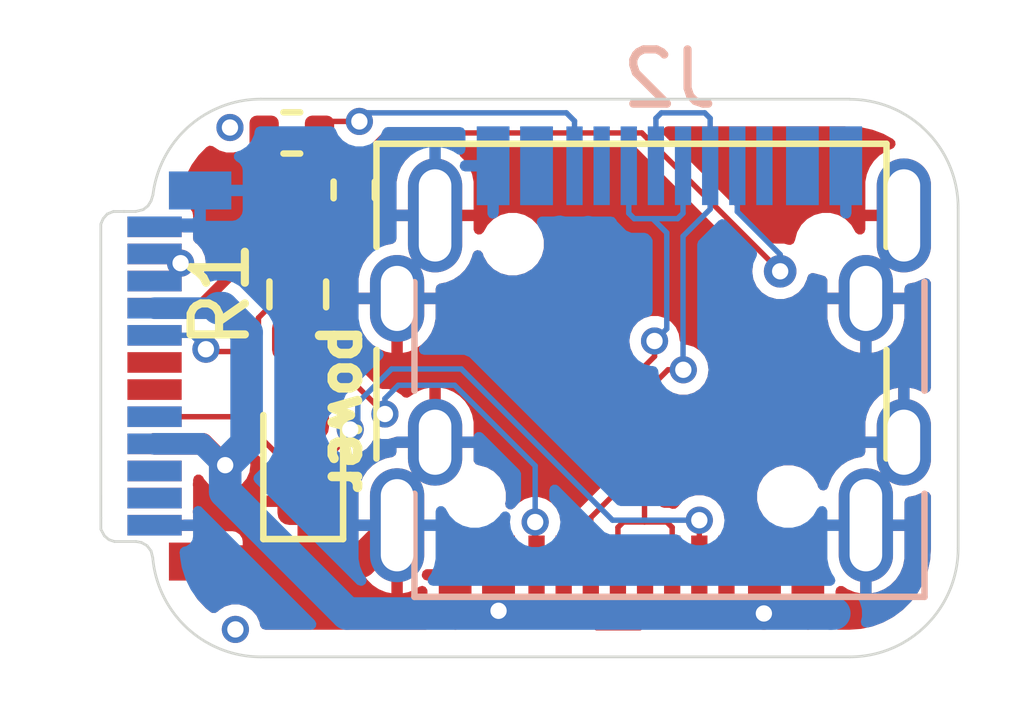
<source format=kicad_pcb>
(kicad_pcb (version 20240108) (generator "pcbnew") (generator_version "8.0")
  (layers (0 "F.Cu" signal) (31 "B.Cu" signal) (34 "B.Paste" user) (35 "F.Paste" user) (36 "B.SilkS" user "B.Silkscreen") (37 "F.SilkS" user "F.Silkscreen") (38 "B.Mask" user) (39 "F.Mask" user) (44 "Edge.Cuts" user))
  (net 0 "")
  (net 1 "GND")
  (net 2 "USB_P")
  (net 3 "VBUS")
  (net 4 "USB_N")
  (net 5 "CC1")
  (net 6 "CC2")
  (net 7 "Net-(J2-CC1)")
  (net 8 "HEADUNIT_5V")
  (net 9 "Net-(J2-CC2)")
  (net 10 "Net-(D1-A)")
  (footprint "Resistor_SMD:R_0402_1005Metric" (layer "F.Cu") (at 70.69 68.299999 90)
    (property "Reference" "R3" (hide yes))
    (property "Value" "5.1k")
    (fp_line (start -0.15364 -0.38) (end 0.153641 -0.379999) (stroke (width 0.12)) (layer "F.SilkS"))
    (fp_line (start -0.153641 0.379999) (end 0.15364 0.38) (stroke (width 0.12)) (layer "F.SilkS"))
    (pad "1" smd roundrect (at -0.509999 -0.000002 90) (size 0.54 0.64) (layers "F.Cu" "F.Paste" "F.Mask") (net 1 "GND"))
    (pad "2" smd roundrect (at 0.509999 0.000002 90) (size 0.54 0.64) (layers "F.Cu" "F.Paste" "F.Mask") (net 7 "Net-(J2-CC1)"))
  )
  (footprint "Connector_USB:USB_C_Receptacle_HRO_TYPE-C-31-M-12" (layer "F.Cu") (at 75.8 71.349999 180)
    (property "Reference" "J1" (hide yes))
    (property "Value" "PHONE")
    (fp_line (start 4.699999 1.999998) (end 4.700001 3.900001) (stroke (width 0.12)) (layer "F.SilkS"))
    (fp_line (start 4.699997 -1.9) (end 4.7 0.1) (stroke (width 0.12)) (layer "F.SilkS"))
    (fp_line (start -4.699999 3.900001) (end 4.700001 3.900001) (stroke (width 0.12)) (layer "F.SilkS"))
    (fp_line (start -4.699999 -1.900003) (end -4.7 0.1) (stroke (width 0.12)) (layer "F.SilkS"))
    (fp_line (start -4.700001 2) (end -4.699999 3.900001) (stroke (width 0.12)) (layer "F.SilkS"))
    (pad "" np_thru_hole circle (at -2.89 -2.6 180) (size 0.65 0.65) (drill 0.65) (layers "*.Cu" "*.Mask"))
    (pad "" np_thru_hole circle (at 2.89 -2.6 180) (size 0.65 0.65) (drill 0.65) (layers "*.Cu" "*.Mask"))
    (pad "A1" smd rect (at -3.249999 -4.044999 180) (size 0.6 1.45) (layers "F.Cu" "F.Paste" "F.Mask") (net 1 "GND"))
    (pad "A4" smd rect (at -2.449998 -4.045001 180) (size 0.6 1.45) (layers "F.Cu" "F.Paste" "F.Mask") (net 3 "VBUS"))
    (pad "A5" smd rect (at -1.25 -4.045 180) (size 0.3 1.45) (layers "F.Cu" "F.Paste" "F.Mask") (net 5 "CC1"))
    (pad "A6" smd rect (at -0.249998 -4.045002 180) (size 0.3 1.45) (layers "F.Cu" "F.Paste" "F.Mask") (net 2 "USB_P"))
    (pad "A7" smd rect (at 0.25 -4.045003 180) (size 0.3 1.45) (layers "F.Cu" "F.Paste" "F.Mask") (net 4 "USB_N"))
    (pad "A8" smd rect (at 1.25 -4.045 180) (size 0.3 1.45) (layers "F.Cu" "F.Paste" "F.Mask"))
    (pad "A9" smd rect (at 2.449999 -4.045003 180) (size 0.6 1.45) (layers "F.Cu" "F.Paste" "F.Mask") (net 3 "VBUS"))
    (pad "A12" smd rect (at 3.25 -4.045 180) (size 0.6 1.45) (layers "F.Cu" "F.Paste" "F.Mask") (net 1 "GND"))
    (pad "B1" smd rect (at 3.25 -4.045 180) (size 0.6 1.45) (layers "F.Cu" "F.Paste" "F.Mask") (net 1 "GND"))
    (pad "B4" smd rect (at 2.449999 -4.045003 180) (size 0.6 1.45) (layers "F.Cu" "F.Paste" "F.Mask") (net 3 "VBUS"))
    (pad "B5" smd rect (at 1.749999 -4.044998 180) (size 0.3 1.45) (layers "F.Cu" "F.Paste" "F.Mask") (net 6 "CC2"))
    (pad "B6" smd rect (at 0.749998 -4.045001 180) (size 0.3 1.45) (layers "F.Cu" "F.Paste" "F.Mask") (net 2 "USB_P"))
    (pad "B7" smd rect (at -0.75 -4.045 180) (size 0.3 1.45) (layers "F.Cu" "F.Paste" "F.Mask") (net 4 "USB_N"))
    (pad "B8" smd rect (at -1.75 -4.045 180) (size 0.3 1.45) (layers "F.Cu" "F.Paste" "F.Mask"))
    (pad "B9" smd rect (at -2.449998 -4.045001 180) (size 0.6 1.45) (layers "F.Cu" "F.Paste" "F.Mask") (net 3 "VBUS"))
    (pad "B12" smd rect (at -3.249999 -4.044999 180) (size 0.6 1.45) (layers "F.Cu" "F.Paste" "F.Mask") (net 1 "GND"))
    (pad "S1" thru_hole oval (at -4.320001 1.050001 180) (size 1 1.6) (drill oval 0.6 1.2) (property pad_prop_heatsink) (layers "*.Cu" "*.Mask") (net 1 "GND"))
    (pad "S1" thru_hole oval (at -4.319999 -3.130001 180) (size 1 2.1) (drill oval 0.6 1.7) (property pad_prop_heatsink) (layers "*.Cu" "*.Mask") (net 1 "GND"))
    (pad "S1" thru_hole oval (at 4.32 -3.129998 180) (size 1 2.1) (drill oval 0.6 1.7) (property pad_prop_heatsink) (layers "*.Cu" "*.Mask") (net 1 "GND"))
    (pad "S1" thru_hole oval (at 4.320001 1.049999 180) (size 1 1.6) (drill oval 0.6 1.2) (property pad_prop_heatsink) (layers "*.Cu" "*.Mask") (net 1 "GND"))
  )
  (footprint "LED_SMD:LED_0603_1608Metric" (layer "F.Cu") (at 69.75 73.25 90)
    (property "Reference" "D1" (hide yes))
    (property "Value" "PWR_LED")
    (fp_line (start -1.485001 -0.734999) (end -1.485 0.735001) (stroke (width 0.12)) (layer "F.SilkS"))
    (fp_line (start 0.799999 -0.734998) (end -1.485001 -0.734999) (stroke (width 0.12)) (layer "F.SilkS"))
    (fp_line (start -1.485 0.735001) (end 0.799999 0.734999) (stroke (width 0.12)) (layer "F.SilkS"))
    (pad "1" smd roundrect (at -0.787502 -0.000001 90) (size 0.875 0.95) (layers "F.Cu" "F.Paste" "F.Mask") (net 1 "GND"))
    (pad "2" smd roundrect (at 0.787502 0.000001 90) (size 0.875 0.95) (layers "F.Cu" "F.Paste" "F.Mask") (net 10 "Net-(D1-A)"))
  )
  (footprint "Resistor_SMD:R_0402_1005Metric" (layer "F.Cu") (at 69.540001 67.25)
    (property "Reference" "R4" (hide yes))
    (property "Value" "5.1k")
    (fp_line (start -0.15364 -0.379998) (end 0.153639 -0.379999) (stroke (width 0.12)) (layer "F.SilkS"))
    (fp_line (start -0.153639 0.379999) (end 0.15364 0.379998) (stroke (width 0.12)) (layer "F.SilkS"))
    (pad "1" smd roundrect (at -0.509999 -0.000002) (size 0.54 0.64) (layers "F.Cu" "F.Paste" "F.Mask") (net 1 "GND"))
    (pad "2" smd roundrect (at 0.509999 0.000002) (size 0.54 0.64) (layers "F.Cu" "F.Paste" "F.Mask") (net 9 "Net-(J2-CC2)"))
  )
  (footprint "Resistor_SMD:R_0603_1608Metric" (layer "F.Cu") (at 69.65 70.225 90)
    (property "Reference" "R1" (at 0 -1.43 90) (layer "F.SilkS"))
    (property "Value" "1k")
    (fp_line (start -0.237258 -0.5225) (end 0.237258 -0.5225) (stroke (width 0.12)) (layer "F.SilkS"))
    (fp_line (start -0.237258 0.5225) (end 0.237258 0.5225) (stroke (width 0.12)) (layer "F.SilkS"))
    (pad "1" smd roundrect (at -0.825 0 90) (size 0.8 0.95) (layers "F.Cu" "F.Paste" "F.Mask") (net 10 "Net-(D1-A)"))
    (pad "2" smd roundrect (at 0.825 0 90) (size 0.8 0.95) (layers "F.Cu" "F.Paste" "F.Mask") (net 3 "VBUS"))
  )
  (footprint "Connector_USB:USB_C_Plug_Molex_105444" (layer "F.Cu") (at 66.969998 71.729999 90)
    (property "Reference" "J3" (hide yes))
    (property "Value" "USB-C_PLUG")
    (fp_line (start 2.8 -0.95) (end 2.90163 -0.905707) (stroke (width 0.05)) (layer "Edge.Cuts"))
    (fp_line (start -2.612818 -0.949118) (end 2.8 -0.95) (stroke (width 0.05)) (layer "Edge.Cuts"))
    (fp_line (start -2.825147 -0.949118) (end -2.612818 -0.949118) (stroke (width 0.05)) (layer "Edge.Cuts"))
    (fp_line (start 2.90163 -0.905707) (end 2.986431 -0.830691) (stroke (width 0.05)) (layer "Edge.Cuts"))
    (fp_line (start -2.946478 -0.883561) (end -2.825147 -0.949118) (stroke (width 0.05)) (layer "Edge.Cuts"))
    (fp_line (start 2.986431 -0.830691) (end 3.032093 -0.718982) (stroke (width 0.05)) (layer "Edge.Cuts"))
    (fp_line (start -3.016928 -0.798434) (end -2.946478 -0.883561) (stroke (width 0.05)) (layer "Edge.Cuts"))
    (fp_line (start 3.032093 -0.718982) (end 3.032093 -0.523287) (stroke (width 0.05)) (layer "Edge.Cuts"))
    (fp_line (start -3.05 -0.7) (end -3.016928 -0.798434) (stroke (width 0.05)) (layer "Edge.Cuts"))
    (fp_line (start 3.032093 -0.523287) (end 3.032192 -0.305533) (stroke (width 0.05)) (layer "Edge.Cuts"))
    (fp_line (start 3.032192 -0.305533) (end 3.066908 -0.168117) (stroke (width 0.05)) (layer "Edge.Cuts"))
    (fp_line (start -3.050196 -0.300391) (end -3.05 -0.7) (stroke (width 0.05)) (layer "Edge.Cuts"))
    (fp_line (start -3.068787 -0.19863) (end -3.050196 -0.300391) (stroke (width 0.05)) (layer "Edge.Cuts"))
    (fp_line (start 3.066908 -0.168117) (end 3.13623 -0.080195) (stroke (width 0.05)) (layer "Edge.Cuts"))
    (fp_line (start -3.127495 -0.097847) (end -3.068787 -0.19863) (stroke (width 0.05)) (layer "Edge.Cuts"))
    (fp_line (start 3.13623 -0.080195) (end 3.229224 -0.022708) (stroke (width 0.05)) (layer "Edge.Cuts"))
    (fp_line (start -3.226321 -0.023483) (end -3.127495 -0.097847) (stroke (width 0.05)) (layer "Edge.Cuts"))
    (pad "A1" smd rect (at -2.75 0.039999 90) (size 0.38 1) (layers "F.Cu" "F.Paste" "F.Mask") (net 1 "GND"))
    (pad "A2" smd rect (at -2.25 0.04 90) (size 0.38 1) (layers "F.Cu" "F.Paste" "F.Mask"))
    (pad "A3" smd rect (at -1.749999 0.040001 90) (size 0.38 1) (layers "F.Cu" "F.Paste" "F.Mask"))
    (pad "A4" smd rect (at -1.25 0.04 90) (size 0.38 1) (layers "F.Cu" "F.Paste" "F.Mask") (net 3 "VBUS"))
    (pad "A5" smd rect (at -0.750001 0.04 90) (size 0.38 1) (layers "F.Cu" "F.Paste" "F.Mask") (net 5 "CC1"))
    (pad "A6" smd rect (at -0.250001 0.039999 90) (size 0.38 1) (layers "F.Cu" "F.Paste" "F.Mask"))
    (pad "A7" smd rect (at 0.249999 0.04 90) (size 0.38 1) (layers "F.Cu" "F.Paste" "F.Mask"))
    (pad "A8" smd rect (at 0.75 0.04 90) (size 0.38 1) (layers "F.Cu" "F.Paste" "F.Mask"))
    (pad "A9" smd rect (at 1.250001 0.04 90) (size 0.38 1) (layers "F.Cu" "F.Paste" "F.Mask") (net 3 "VBUS"))
    (pad "A10" smd rect (at 1.750001 0.04 90) (size 0.38 1) (layers "F.Cu" "F.Paste" "F.Mask"))
    (pad "A11" smd rect (at 2.25 0.04 90) (size 0.38 1) (layers "F.Cu" "F.Paste" "F.Mask"))
    (pad "A12" smd rect (at 2.75 0.04 90) (size 0.38 1) (layers "F.Cu" "F.Paste" "F.Mask") (net 1 "GND"))
    (pad "B1" smd rect (at 2.75 0.04 90) (size 0.38 1) (layers "B.Cu" "B.Paste" "B.Mask") (net 1 "GND"))
    (pad "B2" smd rect (at 2.25 0.04 90) (size 0.38 1) (layers "B.Cu" "B.Paste" "B.Mask"))
    (pad "B3" smd rect (at 1.750001 0.04 90) (size 0.38 1) (layers "B.Cu" "B.Paste" "B.Mask"))
    (pad "B4" smd rect (at 1.250001 0.04 90) (size 0.38 1) (layers "B.Cu" "B.Paste" "B.Mask") (net 3 "VBUS"))
    (pad "B5" smd rect (at 0.75 0.04 90) (size 0.38 1) (layers "B.Cu" "B.Paste" "B.Mask") (net 6 "CC2"))
    (pad "B8" smd rect (at -0.750001 0.04 90) (size 0.38 1) (layers "B.Cu" "B.Paste" "B.Mask"))
    (pad "B9" smd rect (at -1.25 0.04 90) (size 0.38 1) (layers "B.Cu" "B.Paste" "B.Mask") (net 3 "VBUS"))
    (pad "B10" smd rect (at -1.749999 0.040001 90) (size 0.38 1) (layers "B.Cu" "B.Paste" "B.Mask"))
    (pad "B11" smd rect (at -2.25 0.04 90) (size 0.38 1) (layers "B.Cu" "B.Paste" "B.Mask"))
    (pad "B12" smd rect (at -2.75 0.039999 90) (size 0.38 1) (layers "B.Cu" "B.Paste" "B.Mask") (net 1 "GND"))
    (pad "S1" smd rect (at -3.420001 0.880002 90) (size 0.7 1.15) (layers "F.Cu" "F.Paste" "F.Mask") (net 1 "GND"))
    (pad "S1" smd rect (at 3.42 0.879999 90) (size 0.7 1.15) (layers "B.Cu" "B.Paste" "B.Mask") (net 1 "GND"))
  )
  (footprint "Connector_USB:USB_C_Receptacle_HRO_TYPE-C-31-M-12" (layer "B.Cu") (at 76.5 71.899999 180)
    (property "Reference" "J2" (at 0 5.645001 0) (layer "B.SilkS") (effects (justify mirror)))
    (property "Value" "DATA")
    (fp_line (start 4.7 -0.1) (end 4.699999 1.900002) (stroke (width 0.12)) (layer "B.SilkS"))
    (fp_line (start 4.7 -3.9) (end 4.7 -2) (stroke (width 0.12)) (layer "B.SilkS"))
    (fp_line (start 4.7 -3.9) (end -4.7 -3.9) (stroke (width 0.12)) (layer "B.SilkS"))
    (fp_line (start -4.7 -0.1) (end -4.699999 1.900003) (stroke (width 0.12)) (layer "B.SilkS"))
    (fp_line (start -4.7 -3.9) (end -4.7 -2) (stroke (width 0.12)) (layer "B.SilkS"))
    (pad "" np_thru_hole circle (at -2.89 2.6 180) (size 0.65 0.65) (drill 0.65) (layers "*.Cu" "*.Mask"))
    (pad "" np_thru_hole circle (at 2.89 2.6 180) (size 0.65 0.65) (drill 0.65) (layers "*.Cu" "*.Mask"))
    (pad "A1" smd rect (at -3.249999 4.045 180) (size 0.6 1.45) (layers "B.Cu" "B.Paste" "B.Mask") (net 1 "GND"))
    (pad "A4" smd rect (at -2.45 4.045001 180) (size 0.6 1.45) (layers "B.Cu" "B.Paste" "B.Mask") (net 8 "HEADUNIT_5V"))
    (pad "A5" smd rect (at -1.25 4.045 180) (size 0.3 1.45) (layers "B.Cu" "B.Paste" "B.Mask") (net 7 "Net-(J2-CC1)"))
    (pad "A6" smd rect (at -0.25 4.045001 180) (size 0.3 1.45) (layers "B.Cu" "B.Paste" "B.Mask") (net 2 "USB_P"))
    (pad "A7" smd rect (at 0.249996 4.045 180) (size 0.3 1.45) (layers "B.Cu" "B.Paste" "B.Mask") (net 4 "USB_N"))
    (pad "A8" smd rect (at 1.25 4.045 180) (size 0.3 1.45) (layers "B.Cu" "B.Paste" "B.Mask"))
    (pad "A9" smd rect (at 2.449999 4.044999 180) (size 0.6 1.45) (layers "B.Cu" "B.Paste" "B.Mask") (net 8 "HEADUNIT_5V"))
    (pad "A12" smd rect (at 3.25 4.045 180) (size 0.6 1.45) (layers "B.Cu" "B.Paste" "B.Mask") (net 1 "GND"))
    (pad "B1" smd rect (at 3.25 4.045 180) (size 0.6 1.45) (layers "B.Cu" "B.Paste" "B.Mask") (net 1 "GND"))
    (pad "B4" smd rect (at 2.449999 4.044999 180) (size 0.6 1.45) (layers "B.Cu" "B.Paste" "B.Mask") (net 8 "HEADUNIT_5V"))
    (pad "B5" smd rect (at 1.75 4.044999 180) (size 0.3 1.45) (layers "B.Cu" "B.Paste" "B.Mask") (net 9 "Net-(J2-CC2)"))
    (pad "B6" smd rect (at 0.749999 4.045 180) (size 0.3 1.45) (layers "B.Cu" "B.Paste" "B.Mask") (net 2 "USB_P"))
    (pad "B7" smd rect (at -0.75 4.045 180) (size 0.3 1.45) (layers "B.Cu" "B.Paste" "B.Mask") (net 4 "USB_N"))
    (pad "B8" smd rect (at -1.75 4.044999 180) (size 0.3 1.45) (layers "B.Cu" "B.Paste" "B.Mask"))
    (pad "B9" smd rect (at -2.45 4.045001 180) (size 0.6 1.45) (layers "B.Cu" "B.Paste" "B.Mask") (net 8 "HEADUNIT_5V"))
    (pad "B12" smd rect (at -3.249999 4.045 180) (size 0.6 1.45) (layers "B.Cu" "B.Paste" "B.Mask") (net 1 "GND"))
    (pad "S1" thru_hole oval (at -4.320001 -1.050001 180) (size 1 1.6) (drill oval 0.6 1.2) (property pad_prop_heatsink) (layers "*.Cu" "*.Mask") (net 1 "GND"))
    (pad "S1" thru_hole oval (at -4.32 3.13 180) (size 1 2.1) (drill oval 0.6 1.7) (property pad_prop_heatsink) (layers "*.Cu" "*.Mask") (net 1 "GND"))
    (pad "S1" thru_hole oval (at 4.32 -1.05 180) (size 1 1.6) (drill oval 0.6 1.2) (property pad_prop_heatsink) (layers "*.Cu" "*.Mask") (net 1 "GND"))
    (pad "S1" thru_hole oval (at 4.32 3.13 180) (size 1 2.1) (drill oval 0.6 1.7) (property pad_prop_heatsink) (layers "*.Cu" "*.Mask") (net 1 "GND"))
  )
  (gr_arc (start 81.82 74.90611) (mid 81.23421 76.320316) (end 79.82 76.90611) (stroke (width 0.05)) (layer "Edge.Cuts"))
  (gr_line (start 68.969444 66.626971) (end 79.82 66.62697) (stroke (width 0.05)) (layer "Edge.Cuts"))
  (gr_arc (start 66.981106 68.387491) (mid 67.641566 67.130339) (end 68.969444 66.626971) (stroke (width 0.05)) (layer "Edge.Cuts"))
  (gr_arc (start 68.969444 76.906111) (mid 67.617853 76.380334) (end 66.976911 75.079398) (stroke (width 0.05)) (layer "Edge.Cuts"))
  (gr_line (start 81.82 68.629999) (end 81.82 74.90611) (stroke (width 0.05)) (layer "Edge.Cuts"))
  (gr_line (start 79.82 76.90611) (end 68.969444 76.906111) (stroke (width 0.05)) (layer "Edge.Cuts"))
  (gr_line (start 66.976911 75.079398) (end 66.946515 74.95632) (stroke (width 0.05)) (layer "Edge.Cuts"))
  (gr_arc (start 79.82 66.629999) (mid 81.234214 67.215785) (end 81.82 68.629999) (stroke (width 0.05)) (layer "Edge.Cuts"))
  (gr_line (start 66.94729 68.500775) (end 66.981106 68.387491) (stroke (width 0.05)) (layer "Edge.Cuts"))
  (gr_text "power" (at 70.19 70.699999 -90) (layer "F.SilkS") (effects (font (size 0.7 0.7) (thickness 0.175) (bold yes)) (justify left bottom)))
  (via (at 67.49 69.649999) (size 0.5) (drill 0.3) (layers "F.Cu" "B.Cu") (net 0))
  (via (at 68.4 67.15) (size 0.5) (drill 0.3) (layers "F.Cu" "B.Cu") (net 0))
  (segment (start 70.809997 75.15) (end 71.48 74.479997) (width 0.6) (layer "F.Cu") (net 1))
  (segment (start 67.85 75.15) (end 70.809997 75.15) (width 0.6) (layer "F.Cu") (net 1))
  (segment (start 67.849997 68.759999) (end 67.733603 68.876393) (width 0.1) (layer "B.Cu") (net 1))
  (segment (start 67.410207 68.876393) (end 67.409234 68.884617) (width 0.1) (layer "B.Cu") (net 1))
  (segment (start 67.733603 68.876393) (end 67.410207 68.876393) (width 0.1) (layer "B.Cu") (net 1))
  (segment (start 67.849997 68.309999) (end 67.849997 68.759999) (width 0.1) (layer "B.Cu") (net 1))
  (segment (start 76.049998 76.270004) (end 76.049998 75.395001) (width 0.1) (layer "F.Cu") (net 2))
  (segment (start 75.141945 76.348054) (end 75.163893 76.370002) (width 0.1) (layer "F.Cu") (net 2))
  (segment (start 75.050002 75.395) (end 75.050002 76.256112) (width 0.1) (layer "F.Cu") (net 2))
  (segment (start 75.74 73.649999) (end 75.74 71.852511) (width 0.1) (layer "F.Cu") (net 2))
  (segment (start 75.95 76.370002) (end 76.049998 76.270004) (width 0.1) (layer "F.Cu") (net 2))
  (segment (start 75.163893 76.370002) (end 75.95 76.370002) (width 0.1) (layer "F.Cu") (net 2))
  (segment (start 75.050002 74.339997) (end 75.74 73.649999) (width 0.1) (layer "F.Cu") (net 2))
  (segment (start 75.141945 76.348054) (end 75.15 76.35611) (width 0.1) (layer "F.Cu") (net 2))
  (segment (start 76.224834 71.367677) (end 76.224834 71.084833) (width 0.1) (layer "F.Cu") (net 2))
  (segment (start 75.050002 75.395) (end 75.050002 74.339997) (width 0.1) (layer "F.Cu") (net 2))
  (segment (start 75.74 71.852511) (end 76.224834 71.367677) (width 0.1) (layer "F.Cu") (net 2))
  (segment (start 75.050002 76.256112) (end 75.141945 76.348054) (width 0.1) (layer "F.Cu") (net 2))
  (via (at 76.224834 71.084833) (size 0.5) (drill 0.3) (layers "F.Cu" "B.Cu") (net 2))
  (segment (start 75.750001 67.854999) (end 75.750001 68.729996) (width 0.1) (layer "B.Cu") (net 2))
  (segment (start 76.45 69.089999) (end 76.45 70.859667) (width 0.1) (layer "B.Cu") (net 2))
  (segment (start 75.850004 68.829999) (end 76.19 68.829999) (width 0.1) (layer "B.Cu") (net 2))
  (segment (start 76.650004 68.829999) (end 76.75 68.730003) (width 0.1) (layer "B.Cu") (net 2))
  (segment (start 76.19 68.829999) (end 76.650004 68.829999) (width 0.1) (layer "B.Cu") (net 2))
  (segment (start 76.45 70.859667) (end 76.224834 71.084833) (width 0.1) (layer "B.Cu") (net 2))
  (segment (start 76.75 68.730003) (end 76.75 67.854998) (width 0.1) (layer "B.Cu") (net 2))
  (segment (start 76.19 68.829999) (end 76.45 69.089999) (width 0.1) (layer "B.Cu") (net 2))
  (segment (start 75.750001 68.729996) (end 75.850004 68.829999) (width 0.1) (layer "B.Cu") (net 2))
  (segment (start 73.350001 75.395002) (end 73.350001 76.057174) (width 0.6) (layer "F.Cu") (net 3))
  (segment (start 67.799998 70.479998) (end 68.879996 69.4) (width 0.2) (layer "F.Cu") (net 3))
  (segment (start 78.249998 75.395) (end 78.249998 76.096112) (width 0.6) (layer "F.Cu") (net 3))
  (segment (start 68.287476 73.372957) (end 68.311844 73.372957) (width 0.4) (layer "F.Cu") (net 3))
  (segment (start 73.350001 76.057174) (end 73.35 76.057175) (width 0.6) (layer "F.Cu") (net 3))
  (segment (start 67.009998 70.479998) (end 67.799998 70.479998) (width 0.2) (layer "F.Cu") (net 3))
  (segment (start 78.249998 76.096112) (end 78.24 76.10611) (width 0.6) (layer "F.Cu") (net 3))
  (segment (start 67.009998 72.979999) (end 67.894518 72.979999) (width 0.4) (layer "F.Cu") (net 3))
  (segment (start 68.879996 69.4) (end 69.65 69.4) (width 0.2) (layer "F.Cu") (net 3))
  (segment (start 67.894518 72.979999) (end 68.287476 73.372957) (width 0.4) (layer "F.Cu") (net 3))
  (via (at 68.311844 73.372957) (size 0.5) (drill 0.3) (layers "F.Cu" "B.Cu") (net 3))
  (via (at 68.5 76.4) (size 0.5) (drill 0.3) (layers "F.Cu" "B.Cu") (net 3))
  (via (at 78.24 76.10611) (size 0.5) (drill 0.3) (layers "F.Cu" "B.Cu") (net 3))
  (via (at 73.35 76.057175) (size 0.5) (drill 0.3) (layers "F.Cu" "B.Cu") (net 3))
  (segment (start 68.274427 73.372957) (end 67.881469 72.979999) (width 0.4) (layer "B.Cu") (net 3))
  (segment (start 68.70677 70.925536) (end 68.261232 70.479998) (width 0.6) (layer "B.Cu") (net 3))
  (segment (start 68.187874 70.479998) (end 68.486618 70.778742) (width 0.4) (layer "B.Cu") (net 3))
  (segment (start 68.261232 70.479998) (end 68.187874 70.479998) (width 0.6) (layer "B.Cu") (net 3))
  (segment (start 79.472257 76.107173) (end 79.537432 76.106011) (width 0.6) (layer "B.Cu") (net 3))
  (segment (start 68.311844 73.372957) (end 68.70677 72.978031) (width 0.6) (layer "B.Cu") (net 3))
  (segment (start 68.311844 73.372957) (end 68.311844 73.861844) (width 0.6) (layer "B.Cu") (net 3))
  (segment (start 70.557173 76.107173) (end 79.472257 76.107173) (width 0.6) (layer "B.Cu") (net 3))
  (segment (start 68.311844 73.861844) (end 70.557173 76.107173) (width 0.6) (layer "B.Cu") (net 3))
  (segment (start 67.009998 70.479998) (end 68.187874 70.479998) (width 0.4) (layer "B.Cu") (net 3))
  (segment (start 68.70677 72.978031) (end 68.70677 70.925536) (width 0.6) (layer "B.Cu") (net 3))
  (segment (start 67.009998 72.979999) (end 67.881469 72.979999) (width 0.4) (layer "B.Cu") (net 3))
  (segment (start 68.311844 73.372957) (end 68.274427 73.372957) (width 0.2) (layer "B.Cu") (net 3))
  (segment (start 76.04 74.420001) (end 76.04 72.047487) (width 0.1) (layer "F.Cu") (net 4))
  (segment (start 76.55 74.520003) (end 76.55 75.394999) (width 0.1) (layer "F.Cu") (net 4))
  (segment (start 76.449998 74.420001) (end 76.55 74.520003) (width 0.1) (layer "F.Cu") (net 4))
  (segment (start 76.472322 71.615165) (end 76.755166 71.615165) (width 0.1) (layer "F.Cu") (net 4))
  (segment (start 76.04 74.420001) (end 76.449998 74.420001) (width 0.1) (layer "F.Cu") (net 4))
  (segment (start 75.55 75.395002) (end 75.55 74.519999) (width 0.1) (layer "F.Cu") (net 4))
  (segment (start 75.55 74.519999) (end 75.649998 74.420001) (width 0.1) (layer "F.Cu") (net 4))
  (segment (start 75.649998 74.420001) (end 76.04 74.420001) (width 0.1) (layer "F.Cu") (net 4))
  (segment (start 76.04 72.047487) (end 76.472322 71.615165) (width 0.1) (layer "F.Cu") (net 4))
  (via (at 76.755166 71.615165) (size 0.5) (drill 0.3) (layers "F.Cu" "B.Cu") (net 4))
  (segment (start 76.75 69.154267) (end 76.75 71.609999) (width 0.1) (layer "B.Cu") (net 4))
  (segment (start 77.25 66.979998) (end 77.15 66.879998) (width 0.1) (layer "B.Cu") (net 4))
  (segment (start 76.75 71.609999) (end 76.755166 71.615165) (width 0.1) (layer "B.Cu") (net 4))
  (segment (start 77.25 68.654267) (end 76.75 69.154267) (width 0.1) (layer "B.Cu") (net 4))
  (segment (start 76.250004 66.979994) (end 76.250004 67.854999) (width 0.1) (layer "B.Cu") (net 4))
  (segment (start 77.25 67.854999) (end 77.25 66.979998) (width 0.1) (layer "B.Cu") (net 4))
  (segment (start 76.35 66.879998) (end 76.250004 66.979994) (width 0.1) (layer "B.Cu") (net 4))
  (segment (start 77.25 67.854999) (end 77.25 68.654267) (width 0.1) (layer "B.Cu") (net 4))
  (segment (start 77.15 66.879998) (end 76.35 66.879998) (width 0.1) (layer "B.Cu") (net 4))
  (segment (start 70.227187 73.199998) (end 70.61647 72.810715) (width 0.1) (layer "F.Cu") (net 5))
  (segment (start 69.299998 73.199998) (end 70.227187 73.199998) (width 0.1) (layer "F.Cu") (net 5))
  (segment (start 67.009998 72.48) (end 68.58 72.48) (width 0.1) (layer "F.Cu") (net 5))
  (segment (start 68.58 72.48) (end 69.299998 73.199998) (width 0.1) (layer "F.Cu") (net 5))
  (segment (start 77.049999 74.387155) (end 77.05 74.387156) (width 0.1) (layer "F.Cu") (net 5))
  (segment (start 70.61647 72.810715) (end 70.61647 72.714945) (width 0.1) (layer "F.Cu") (net 5))
  (segment (start 77.05 74.387156) (end 77.05 75.394999) (width 0.1) (layer "F.Cu") (net 5))
  (via (at 70.61647 72.714945) (size 0.5) (drill 0.3) (layers "F.Cu" "B.Cu") (net 5))
  (via (at 77.049999 74.387155) (size 0.5) (drill 0.3) (layers "F.Cu" "B.Cu") (net 5))
  (segment (start 70.61647 72.714945) (end 70.755834 72.575581) (width 0.1) (layer "B.Cu") (net 5))
  (segment (start 75.45142 74.387155) (end 77.049999 74.387155) (width 0.1) (layer "B.Cu") (net 5))
  (segment (start 70.755834 72.222852) (end 71.378687 71.599999) (width 0.1) (layer "B.Cu") (net 5))
  (segment (start 71.378687 71.599999) (end 72.664264 71.599999) (width 0.1) (layer "B.Cu") (net 5))
  (segment (start 72.664264 71.599999) (end 75.45142 74.387155) (width 0.1) (layer "B.Cu") (net 5))
  (segment (start 70.755834 72.575581) (end 70.755834 72.222852) (width 0.1) (layer "B.Cu") (net 5))
  (segment (start 69.183062 70.4) (end 70.116938 70.4) (width 0.1) (layer "F.Cu") (net 6))
  (segment (start 70.375 70.658062) (end 70.375 71.549125) (width 0.1) (layer "F.Cu") (net 6))
  (segment (start 68.925 70.658062) (end 69.183062 70.4) (width 0.1) (layer "F.Cu") (net 6))
  (segment (start 68.721258 71.278742) (end 68.925 71.075) (width 0.1) (layer "F.Cu") (net 6))
  (segment (start 74.025001 75.369997) (end 74.050001 75.394997) (width 0.1) (layer "F.Cu") (net 6))
  (segment (start 67.95677 71.236197) (end 67.999315 71.278742) (width 0.1) (layer "F.Cu") (net 6))
  (segment (start 67.999315 71.278742) (end 68.721258 71.278742) (width 0.1) (layer "F.Cu") (net 6))
  (segment (start 70.116938 70.4) (end 70.375 70.658062) (width 0.1) (layer "F.Cu") (net 6))
  (segment (start 74.025001 74.421252) (end 74.025001 75.369997) (width 0.1) (layer "F.Cu") (net 6))
  (segment (start 68.925 71.075) (end 68.925 70.658062) (width 0.1) (layer "F.Cu") (net 6))
  (segment (start 70.375 71.549125) (end 71.255834 72.429959) (width 0.1) (layer "F.Cu") (net 6))
  (via (at 67.95677 71.236197) (size 0.5) (drill 0.3) (layers "F.Cu" "B.Cu") (net 6))
  (via (at 71.255834 72.429959) (size 0.5) (drill 0.3) (layers "F.Cu" "B.Cu") (net 6))
  (via (at 74.025001 74.421252) (size 0.5) (drill 0.3) (layers "F.Cu" "B.Cu") (net 6))
  (segment (start 71.255834 72.429959) (end 71.255834 72.147116) (width 0.1) (layer "B.Cu") (net 6))
  (segment (start 72.54 71.899999) (end 74.025001 73.385) (width 0.1) (layer "B.Cu") (net 6))
  (segment (start 71.502951 71.899999) (end 72.54 71.899999) (width 0.1) (layer "B.Cu") (net 6))
  (segment (start 67.700572 70.979999) (end 67.009998 70.979999) (width 0.1) (layer "B.Cu") (net 6))
  (segment (start 71.255834 72.147116) (end 71.502951 71.899999) (width 0.1) (layer "B.Cu") (net 6))
  (segment (start 67.95677 71.236197) (end 67.700572 70.979999) (width 0.1) (layer "B.Cu") (net 6))
  (segment (start 74.025001 73.385) (end 74.025001 74.421252) (width 0.1) (layer "B.Cu") (net 6))
  (segment (start 78.54 69.799999) (end 75.99 67.249999) (width 0.1) (layer "F.Cu") (net 7))
  (segment (start 75.99 67.249999) (end 71.280003 67.249999) (width 0.1) (layer "F.Cu") (net 7))
  (segment (start 71.280003 67.249999) (end 70.740002 67.79) (width 0.1) (layer "F.Cu") (net 7))
  (via (at 78.54 69.799999) (size 0.6) (drill 0.3) (layers "F.Cu" "B.Cu") (net 7))
  (segment (start 78.54 69.799999) (end 78.54 69.49) (width 0.1) (layer "B.Cu") (net 7))
  (segment (start 77.75 68.7) (end 77.75 67.854999) (width 0.1) (layer "B.Cu") (net 7))
  (segment (start 78.54 69.49) (end 77.75 68.7) (width 0.1) (layer "B.Cu") (net 7))
  (segment (start 70.05 67.278495) (end 70.028497 67.299998) (width 0.1) (layer "F.Cu") (net 9))
  (segment (start 70.05 67.05) (end 70.05 67.278495) (width 0.1) (layer "F.Cu") (net 9))
  (segment (start 70.784952 67.037942) (end 70.16206 67.037942) (width 0.1) (layer "F.Cu") (net 9))
  (segment (start 70.16206 67.037942) (end 70.05 67.150002) (width 0.1) (layer "F.Cu") (net 9))
  (via (at 70.784952 67.037942) (size 0.5) (drill 0.3) (layers "F.Cu" "B.Cu") (net 9))
  (segment (start 70.942895 66.879999) (end 74.6 66.879999) (width 0.1) (layer "B.Cu") (net 9))
  (segment (start 74.75 67.029999) (end 74.75 67.855) (width 0.1) (layer "B.Cu") (net 9))
  (segment (start 70.784952 67.037942) (end 70.942895 66.879999) (width 0.1) (layer "B.Cu") (net 9))
  (segment (start 74.6 66.879999) (end 74.75 67.029999) (width 0.1) (layer "B.Cu") (net 9))
  (segment (start 69.750001 71.96) (end 69.74 71.949999) (width 0.1) (layer "F.Cu") (net 10))
  (segment (start 69.750001 72.462498) (end 69.750001 71.150001) (width 0.2) (layer "F.Cu") (net 10))
  (segment (start 69.750001 71.150001) (end 69.65 71.05) (width 0.3) (layer "F.Cu") (net 10))
  (zone (net 1) (net_name "GND") (layers "F&B.Cu") (connect_pads yes (clearance 0.21)) (min_thickness 0.2) (fill yes (thermal_gap 0.21) (thermal_bridge_width 0.21))
    (polygon (pts (xy 64.45 64.8) (xy 82.85 65.05) (xy 83.05 77.3) (xy 65.2 77.8)))
  )
)
</source>
